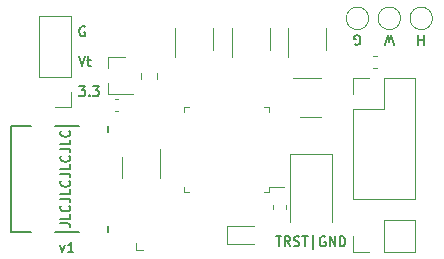
<source format=gbr>
G04 #@! TF.GenerationSoftware,KiCad,Pcbnew,5.1.4*
G04 #@! TF.CreationDate,2019-09-23T19:58:19+02:00*
G04 #@! TF.ProjectId,spiflash,73706966-6c61-4736-982e-6b696361645f,rev?*
G04 #@! TF.SameCoordinates,PX5f5e100PY4a62f80*
G04 #@! TF.FileFunction,Legend,Top*
G04 #@! TF.FilePolarity,Positive*
%FSLAX46Y46*%
G04 Gerber Fmt 4.6, Leading zero omitted, Abs format (unit mm)*
G04 Created by KiCad (PCBNEW 5.1.4) date 2019-09-23 19:58:19*
%MOMM*%
%LPD*%
G04 APERTURE LIST*
%ADD10C,0.160000*%
%ADD11C,0.120000*%
%ADD12C,0.150000*%
G04 APERTURE END LIST*
D10*
X2950952Y-18766476D02*
X3536666Y-18766476D01*
X3653809Y-18805523D01*
X3731904Y-18883619D01*
X3770952Y-19000761D01*
X3770952Y-19078857D01*
X3770952Y-17985523D02*
X3770952Y-18376000D01*
X2950952Y-18376000D01*
X3692857Y-17243619D02*
X3731904Y-17282666D01*
X3770952Y-17399809D01*
X3770952Y-17477904D01*
X3731904Y-17595047D01*
X3653809Y-17673142D01*
X3575714Y-17712190D01*
X3419523Y-17751238D01*
X3302380Y-17751238D01*
X3146190Y-17712190D01*
X3068095Y-17673142D01*
X2990000Y-17595047D01*
X2950952Y-17477904D01*
X2950952Y-17399809D01*
X2990000Y-17282666D01*
X3029047Y-17243619D01*
X2950952Y-16657904D02*
X3536666Y-16657904D01*
X3653809Y-16696952D01*
X3731904Y-16775047D01*
X3770952Y-16892190D01*
X3770952Y-16970285D01*
X3770952Y-15876952D02*
X3770952Y-16267428D01*
X2950952Y-16267428D01*
X3692857Y-15135047D02*
X3731904Y-15174095D01*
X3770952Y-15291238D01*
X3770952Y-15369333D01*
X3731904Y-15486476D01*
X3653809Y-15564571D01*
X3575714Y-15603619D01*
X3419523Y-15642666D01*
X3302380Y-15642666D01*
X3146190Y-15603619D01*
X3068095Y-15564571D01*
X2990000Y-15486476D01*
X2950952Y-15369333D01*
X2950952Y-15291238D01*
X2990000Y-15174095D01*
X3029047Y-15135047D01*
X2950952Y-14549333D02*
X3536666Y-14549333D01*
X3653809Y-14588380D01*
X3731904Y-14666476D01*
X3770952Y-14783619D01*
X3770952Y-14861714D01*
X3770952Y-13768380D02*
X3770952Y-14158857D01*
X2950952Y-14158857D01*
X3692857Y-13026476D02*
X3731904Y-13065523D01*
X3770952Y-13182666D01*
X3770952Y-13260761D01*
X3731904Y-13377904D01*
X3653809Y-13456000D01*
X3575714Y-13495047D01*
X3419523Y-13534095D01*
X3302380Y-13534095D01*
X3146190Y-13495047D01*
X3068095Y-13456000D01*
X2990000Y-13377904D01*
X2950952Y-13260761D01*
X2950952Y-13182666D01*
X2990000Y-13065523D01*
X3029047Y-13026476D01*
X2950952Y-12440761D02*
X3536666Y-12440761D01*
X3653809Y-12479809D01*
X3731904Y-12557904D01*
X3770952Y-12675047D01*
X3770952Y-12753142D01*
X3770952Y-11659809D02*
X3770952Y-12050285D01*
X2950952Y-12050285D01*
X3692857Y-10917904D02*
X3731904Y-10956952D01*
X3770952Y-11074095D01*
X3770952Y-11152190D01*
X3731904Y-11269333D01*
X3653809Y-11347428D01*
X3575714Y-11386476D01*
X3419523Y-11425523D01*
X3302380Y-11425523D01*
X3146190Y-11386476D01*
X3068095Y-11347428D01*
X2990000Y-11269333D01*
X2950952Y-11152190D01*
X2950952Y-11074095D01*
X2990000Y-10956952D01*
X3029047Y-10917904D01*
X27885238Y-3610000D02*
X27963333Y-3649047D01*
X28080476Y-3649047D01*
X28197619Y-3610000D01*
X28275714Y-3531904D01*
X28314761Y-3453809D01*
X28353809Y-3297619D01*
X28353809Y-3180476D01*
X28314761Y-3024285D01*
X28275714Y-2946190D01*
X28197619Y-2868095D01*
X28080476Y-2829047D01*
X28002380Y-2829047D01*
X27885238Y-2868095D01*
X27846190Y-2907142D01*
X27846190Y-3180476D01*
X28002380Y-3180476D01*
X33734285Y-2829047D02*
X33734285Y-3649047D01*
X33734285Y-3258571D02*
X33265714Y-3258571D01*
X33265714Y-2829047D02*
X33265714Y-3649047D01*
X31151428Y-3649047D02*
X30956190Y-2829047D01*
X30800000Y-3414761D01*
X30643809Y-2829047D01*
X30448571Y-3649047D01*
X2914285Y-20624285D02*
X3109523Y-21170952D01*
X3304761Y-20624285D01*
X4046666Y-21170952D02*
X3578095Y-21170952D01*
X3812380Y-21170952D02*
X3812380Y-20350952D01*
X3734285Y-20468095D01*
X3656190Y-20546190D01*
X3578095Y-20585238D01*
X21182095Y-19850952D02*
X21650666Y-19850952D01*
X21416380Y-20670952D02*
X21416380Y-19850952D01*
X22392571Y-20670952D02*
X22119238Y-20280476D01*
X21924000Y-20670952D02*
X21924000Y-19850952D01*
X22236380Y-19850952D01*
X22314476Y-19890000D01*
X22353523Y-19929047D01*
X22392571Y-20007142D01*
X22392571Y-20124285D01*
X22353523Y-20202380D01*
X22314476Y-20241428D01*
X22236380Y-20280476D01*
X21924000Y-20280476D01*
X22704952Y-20631904D02*
X22822095Y-20670952D01*
X23017333Y-20670952D01*
X23095428Y-20631904D01*
X23134476Y-20592857D01*
X23173523Y-20514761D01*
X23173523Y-20436666D01*
X23134476Y-20358571D01*
X23095428Y-20319523D01*
X23017333Y-20280476D01*
X22861142Y-20241428D01*
X22783047Y-20202380D01*
X22744000Y-20163333D01*
X22704952Y-20085238D01*
X22704952Y-20007142D01*
X22744000Y-19929047D01*
X22783047Y-19890000D01*
X22861142Y-19850952D01*
X23056380Y-19850952D01*
X23173523Y-19890000D01*
X23407809Y-19850952D02*
X23876380Y-19850952D01*
X23642095Y-20670952D02*
X23642095Y-19850952D01*
X24344952Y-20944285D02*
X24344952Y-19772857D01*
X25360190Y-19890000D02*
X25282095Y-19850952D01*
X25164952Y-19850952D01*
X25047809Y-19890000D01*
X24969714Y-19968095D01*
X24930666Y-20046190D01*
X24891619Y-20202380D01*
X24891619Y-20319523D01*
X24930666Y-20475714D01*
X24969714Y-20553809D01*
X25047809Y-20631904D01*
X25164952Y-20670952D01*
X25243047Y-20670952D01*
X25360190Y-20631904D01*
X25399238Y-20592857D01*
X25399238Y-20319523D01*
X25243047Y-20319523D01*
X25750666Y-20670952D02*
X25750666Y-19850952D01*
X26219238Y-20670952D01*
X26219238Y-19850952D01*
X26609714Y-20670952D02*
X26609714Y-19850952D01*
X26804952Y-19850952D01*
X26922095Y-19890000D01*
X27000190Y-19968095D01*
X27039238Y-20046190D01*
X27078285Y-20202380D01*
X27078285Y-20319523D01*
X27039238Y-20475714D01*
X27000190Y-20553809D01*
X26922095Y-20631904D01*
X26804952Y-20670952D01*
X26609714Y-20670952D01*
X4521142Y-7150952D02*
X5028761Y-7150952D01*
X4755428Y-7463333D01*
X4872571Y-7463333D01*
X4950666Y-7502380D01*
X4989714Y-7541428D01*
X5028761Y-7619523D01*
X5028761Y-7814761D01*
X4989714Y-7892857D01*
X4950666Y-7931904D01*
X4872571Y-7970952D01*
X4638285Y-7970952D01*
X4560190Y-7931904D01*
X4521142Y-7892857D01*
X5380190Y-7892857D02*
X5419238Y-7931904D01*
X5380190Y-7970952D01*
X5341142Y-7931904D01*
X5380190Y-7892857D01*
X5380190Y-7970952D01*
X5692571Y-7150952D02*
X6200190Y-7150952D01*
X5926857Y-7463333D01*
X6044000Y-7463333D01*
X6122095Y-7502380D01*
X6161142Y-7541428D01*
X6200190Y-7619523D01*
X6200190Y-7814761D01*
X6161142Y-7892857D01*
X6122095Y-7931904D01*
X6044000Y-7970952D01*
X5809714Y-7970952D01*
X5731619Y-7931904D01*
X5692571Y-7892857D01*
X4482095Y-4610952D02*
X4755428Y-5430952D01*
X5028761Y-4610952D01*
X5184952Y-4884285D02*
X5497333Y-4884285D01*
X5302095Y-4610952D02*
X5302095Y-5313809D01*
X5341142Y-5391904D01*
X5419238Y-5430952D01*
X5497333Y-5430952D01*
X5028761Y-2110000D02*
X4950666Y-2070952D01*
X4833523Y-2070952D01*
X4716380Y-2110000D01*
X4638285Y-2188095D01*
X4599238Y-2266190D01*
X4560190Y-2422380D01*
X4560190Y-2539523D01*
X4599238Y-2695714D01*
X4638285Y-2773809D01*
X4716380Y-2851904D01*
X4833523Y-2890952D01*
X4911619Y-2890952D01*
X5028761Y-2851904D01*
X5067809Y-2812857D01*
X5067809Y-2539523D01*
X4911619Y-2539523D01*
D11*
X29762779Y-4590000D02*
X29437221Y-4590000D01*
X29762779Y-5610000D02*
X29437221Y-5610000D01*
X6940000Y-4670000D02*
X8400000Y-4670000D01*
X6940000Y-7830000D02*
X9100000Y-7830000D01*
X6940000Y-7830000D02*
X6940000Y-6900000D01*
X6940000Y-4670000D02*
X6940000Y-5600000D01*
X25950000Y-18600000D02*
X25950000Y-12850000D01*
X25950000Y-12850000D02*
X22350000Y-12850000D01*
X22350000Y-12850000D02*
X22350000Y-18600000D01*
X17490000Y-2250000D02*
X17490000Y-4700000D01*
X20710000Y-4050000D02*
X20710000Y-2250000D01*
X22240000Y-2250000D02*
X22240000Y-4700000D01*
X25460000Y-4050000D02*
X25460000Y-2250000D01*
X12690000Y-2250000D02*
X12690000Y-4700000D01*
X15910000Y-4050000D02*
X15910000Y-2250000D01*
X25050000Y-6490000D02*
X22600000Y-6490000D01*
X23250000Y-9710000D02*
X25050000Y-9710000D01*
X20610000Y-15660000D02*
X21900000Y-15660000D01*
X20610000Y-16110000D02*
X20610000Y-15660000D01*
X20160000Y-16110000D02*
X20610000Y-16110000D01*
X13390000Y-16110000D02*
X13390000Y-15660000D01*
X13840000Y-16110000D02*
X13390000Y-16110000D01*
X20610000Y-8890000D02*
X20610000Y-9340000D01*
X20160000Y-8890000D02*
X20610000Y-8890000D01*
X13390000Y-8890000D02*
X13390000Y-9340000D01*
X13840000Y-8890000D02*
X13390000Y-8890000D01*
X11360000Y-14900000D02*
X11360000Y-12450000D01*
X8140000Y-13100000D02*
X8140000Y-14900000D01*
X31750000Y-1400000D02*
G75*
G03X31750000Y-1400000I-950000J0D01*
G01*
X34450000Y-1400000D02*
G75*
G03X34450000Y-1400000I-950000J0D01*
G01*
X29050000Y-1400000D02*
G75*
G03X29050000Y-1400000I-950000J0D01*
G01*
X27753000Y-6446000D02*
X29083000Y-6446000D01*
X27753000Y-7776000D02*
X27753000Y-6446000D01*
X30353000Y-6446000D02*
X32953000Y-6446000D01*
X30353000Y-9046000D02*
X30353000Y-6446000D01*
X27753000Y-9046000D02*
X30353000Y-9046000D01*
X32953000Y-6446000D02*
X32953000Y-16726000D01*
X27753000Y-9046000D02*
X27753000Y-16726000D01*
X27753000Y-16726000D02*
X32953000Y-16726000D01*
X3830000Y-8930000D02*
X2500000Y-8930000D01*
X3830000Y-7600000D02*
X3830000Y-8930000D01*
X3830000Y-6330000D02*
X1170000Y-6330000D01*
X1170000Y-6330000D02*
X1170000Y-1190000D01*
X3830000Y-6330000D02*
X3830000Y-1190000D01*
X3830000Y-1190000D02*
X1170000Y-1190000D01*
X27753000Y-21171000D02*
X27753000Y-19841000D01*
X29083000Y-21171000D02*
X27753000Y-21171000D01*
X30353000Y-21171000D02*
X30353000Y-18511000D01*
X30353000Y-18511000D02*
X32953000Y-18511000D01*
X30353000Y-21171000D02*
X32953000Y-21171000D01*
X32953000Y-21171000D02*
X32953000Y-18511000D01*
X9345000Y-21020000D02*
X9345000Y-20385000D01*
X9980000Y-21020000D02*
X9345000Y-21020000D01*
D12*
X-1195000Y-19500000D02*
X-1195000Y-10500000D01*
X-1195000Y-10500000D02*
X500000Y-10500000D01*
X500000Y-19500000D02*
X-1195000Y-19500000D01*
X2500000Y-19500000D02*
X4500000Y-19500000D01*
X4500000Y-10500000D02*
X2500000Y-10500000D01*
X7000000Y-10500000D02*
X7000000Y-11000000D01*
X7000000Y-19000000D02*
X7000000Y-19500000D01*
D11*
X17015000Y-20485000D02*
X19300000Y-20485000D01*
X17015000Y-19015000D02*
X17015000Y-20485000D01*
X19300000Y-19015000D02*
X17015000Y-19015000D01*
X20990000Y-17237221D02*
X20990000Y-17562779D01*
X22010000Y-17237221D02*
X22010000Y-17562779D01*
X9740000Y-5991422D02*
X9740000Y-6508578D01*
X11160000Y-5991422D02*
X11160000Y-6508578D01*
X7537221Y-9260000D02*
X7862779Y-9260000D01*
X7537221Y-8240000D02*
X7862779Y-8240000D01*
M02*

</source>
